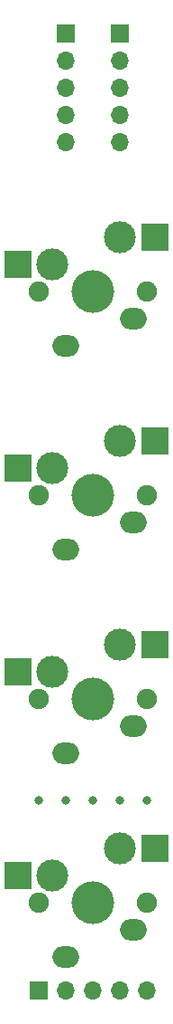
<source format=gbs>
%TF.GenerationSoftware,KiCad,Pcbnew,(6.0.4-0)*%
%TF.CreationDate,2022-03-28T13:48:44+08:00*%
%TF.ProjectId,Phalanx,5068616c-616e-4782-9e6b-696361645f70,rev?*%
%TF.SameCoordinates,Original*%
%TF.FileFunction,Soldermask,Bot*%
%TF.FilePolarity,Negative*%
%FSLAX46Y46*%
G04 Gerber Fmt 4.6, Leading zero omitted, Abs format (unit mm)*
G04 Created by KiCad (PCBNEW (6.0.4-0)) date 2022-03-28 13:48:44*
%MOMM*%
%LPD*%
G01*
G04 APERTURE LIST*
%ADD10R,1.700000X1.700000*%
%ADD11O,1.700000X1.700000*%
%ADD12C,1.900000*%
%ADD13C,4.000000*%
%ADD14C,3.000000*%
%ADD15R,2.550000X2.500000*%
%ADD16O,2.500000X2.000000*%
%ADD17C,0.800000*%
G04 APERTURE END LIST*
D10*
%TO.C,J1*%
X104140000Y-54610000D03*
D11*
X104140000Y-57150000D03*
X104140000Y-59690000D03*
X104140000Y-62230000D03*
X104140000Y-64770000D03*
%TD*%
D12*
%TO.C,SW3*%
X106680000Y-116840000D03*
D13*
X101600000Y-116840000D03*
D12*
X96520000Y-116840000D03*
D14*
X104140000Y-111760000D03*
X97790000Y-114300000D03*
D15*
X94515000Y-114300000D03*
D16*
X99060000Y-121920000D03*
D15*
X107442000Y-111760000D03*
D16*
X105410000Y-119380000D03*
%TD*%
D17*
%TO.C,REF\u002A\u002A*%
X104140000Y-126365000D03*
X96520000Y-126365000D03*
X106680000Y-126365000D03*
X101600000Y-126365000D03*
X99060000Y-126365000D03*
%TD*%
D12*
%TO.C,SW4*%
X96520000Y-135890000D03*
D13*
X101600000Y-135890000D03*
D14*
X104140000Y-130810000D03*
D12*
X106680000Y-135890000D03*
D14*
X97790000Y-133350000D03*
D15*
X94515000Y-133350000D03*
D16*
X99060000Y-140970000D03*
X105410000Y-138430000D03*
D15*
X107442000Y-130810000D03*
%TD*%
D12*
%TO.C,SW2*%
X96520000Y-97790000D03*
X106680000Y-97790000D03*
D13*
X101600000Y-97790000D03*
D14*
X104140000Y-92710000D03*
X97790000Y-95250000D03*
D15*
X94515000Y-95250000D03*
D16*
X99060000Y-102870000D03*
X105410000Y-100330000D03*
D15*
X107442000Y-92710000D03*
%TD*%
D10*
%TO.C,J2*%
X99060000Y-54610000D03*
D11*
X99060000Y-57150000D03*
X99060000Y-59690000D03*
X99060000Y-62230000D03*
X99060000Y-64770000D03*
%TD*%
D10*
%TO.C,J3*%
X96520000Y-144145000D03*
D11*
X99060000Y-144145000D03*
X101600000Y-144145000D03*
X104140000Y-144145000D03*
X106680000Y-144145000D03*
%TD*%
D12*
%TO.C,SW1*%
X96520000Y-78740000D03*
D14*
X97790000Y-76200000D03*
D13*
X101600000Y-78740000D03*
D14*
X104140000Y-73660000D03*
D12*
X106680000Y-78740000D03*
D16*
X99060000Y-83820000D03*
D15*
X94515000Y-76200000D03*
D16*
X105410000Y-81280000D03*
D15*
X107442000Y-73660000D03*
%TD*%
M02*

</source>
